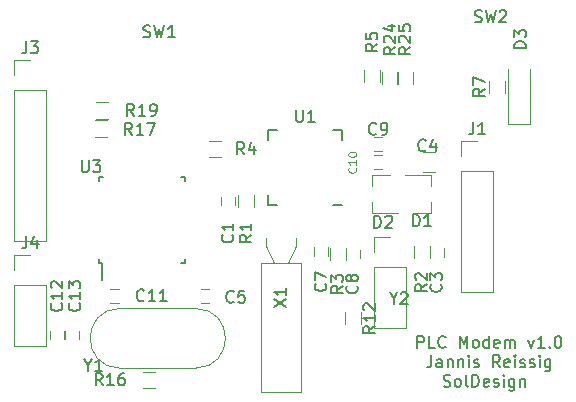
<source format=gbr>
G04 #@! TF.FileFunction,Legend,Top*
%FSLAX46Y46*%
G04 Gerber Fmt 4.6, Leading zero omitted, Abs format (unit mm)*
G04 Created by KiCad (PCBNEW 4.0.6) date 01/08/18 11:39:06*
%MOMM*%
%LPD*%
G01*
G04 APERTURE LIST*
%ADD10C,0.100000*%
%ADD11C,0.150000*%
%ADD12C,0.120000*%
G04 APERTURE END LIST*
D10*
D11*
X215924571Y-107641381D02*
X215924571Y-106641381D01*
X216305524Y-106641381D01*
X216400762Y-106689000D01*
X216448381Y-106736619D01*
X216496000Y-106831857D01*
X216496000Y-106974714D01*
X216448381Y-107069952D01*
X216400762Y-107117571D01*
X216305524Y-107165190D01*
X215924571Y-107165190D01*
X217400762Y-107641381D02*
X216924571Y-107641381D01*
X216924571Y-106641381D01*
X218305524Y-107546143D02*
X218257905Y-107593762D01*
X218115048Y-107641381D01*
X218019810Y-107641381D01*
X217876952Y-107593762D01*
X217781714Y-107498524D01*
X217734095Y-107403286D01*
X217686476Y-107212810D01*
X217686476Y-107069952D01*
X217734095Y-106879476D01*
X217781714Y-106784238D01*
X217876952Y-106689000D01*
X218019810Y-106641381D01*
X218115048Y-106641381D01*
X218257905Y-106689000D01*
X218305524Y-106736619D01*
X219496000Y-107641381D02*
X219496000Y-106641381D01*
X219829334Y-107355667D01*
X220162667Y-106641381D01*
X220162667Y-107641381D01*
X220781714Y-107641381D02*
X220686476Y-107593762D01*
X220638857Y-107546143D01*
X220591238Y-107450905D01*
X220591238Y-107165190D01*
X220638857Y-107069952D01*
X220686476Y-107022333D01*
X220781714Y-106974714D01*
X220924572Y-106974714D01*
X221019810Y-107022333D01*
X221067429Y-107069952D01*
X221115048Y-107165190D01*
X221115048Y-107450905D01*
X221067429Y-107546143D01*
X221019810Y-107593762D01*
X220924572Y-107641381D01*
X220781714Y-107641381D01*
X221972191Y-107641381D02*
X221972191Y-106641381D01*
X221972191Y-107593762D02*
X221876953Y-107641381D01*
X221686476Y-107641381D01*
X221591238Y-107593762D01*
X221543619Y-107546143D01*
X221496000Y-107450905D01*
X221496000Y-107165190D01*
X221543619Y-107069952D01*
X221591238Y-107022333D01*
X221686476Y-106974714D01*
X221876953Y-106974714D01*
X221972191Y-107022333D01*
X222829334Y-107593762D02*
X222734096Y-107641381D01*
X222543619Y-107641381D01*
X222448381Y-107593762D01*
X222400762Y-107498524D01*
X222400762Y-107117571D01*
X222448381Y-107022333D01*
X222543619Y-106974714D01*
X222734096Y-106974714D01*
X222829334Y-107022333D01*
X222876953Y-107117571D01*
X222876953Y-107212810D01*
X222400762Y-107308048D01*
X223305524Y-107641381D02*
X223305524Y-106974714D01*
X223305524Y-107069952D02*
X223353143Y-107022333D01*
X223448381Y-106974714D01*
X223591239Y-106974714D01*
X223686477Y-107022333D01*
X223734096Y-107117571D01*
X223734096Y-107641381D01*
X223734096Y-107117571D02*
X223781715Y-107022333D01*
X223876953Y-106974714D01*
X224019810Y-106974714D01*
X224115048Y-107022333D01*
X224162667Y-107117571D01*
X224162667Y-107641381D01*
X225305524Y-106974714D02*
X225543619Y-107641381D01*
X225781715Y-106974714D01*
X226686477Y-107641381D02*
X226115048Y-107641381D01*
X226400762Y-107641381D02*
X226400762Y-106641381D01*
X226305524Y-106784238D01*
X226210286Y-106879476D01*
X226115048Y-106927095D01*
X227115048Y-107546143D02*
X227162667Y-107593762D01*
X227115048Y-107641381D01*
X227067429Y-107593762D01*
X227115048Y-107546143D01*
X227115048Y-107641381D01*
X227781714Y-106641381D02*
X227876953Y-106641381D01*
X227972191Y-106689000D01*
X228019810Y-106736619D01*
X228067429Y-106831857D01*
X228115048Y-107022333D01*
X228115048Y-107260429D01*
X228067429Y-107450905D01*
X228019810Y-107546143D01*
X227972191Y-107593762D01*
X227876953Y-107641381D01*
X227781714Y-107641381D01*
X227686476Y-107593762D01*
X227638857Y-107546143D01*
X227591238Y-107450905D01*
X227543619Y-107260429D01*
X227543619Y-107022333D01*
X227591238Y-106831857D01*
X227638857Y-106736619D01*
X227686476Y-106689000D01*
X227781714Y-106641381D01*
X217091239Y-108291381D02*
X217091239Y-109005667D01*
X217043619Y-109148524D01*
X216948381Y-109243762D01*
X216805524Y-109291381D01*
X216710286Y-109291381D01*
X217996001Y-109291381D02*
X217996001Y-108767571D01*
X217948382Y-108672333D01*
X217853144Y-108624714D01*
X217662667Y-108624714D01*
X217567429Y-108672333D01*
X217996001Y-109243762D02*
X217900763Y-109291381D01*
X217662667Y-109291381D01*
X217567429Y-109243762D01*
X217519810Y-109148524D01*
X217519810Y-109053286D01*
X217567429Y-108958048D01*
X217662667Y-108910429D01*
X217900763Y-108910429D01*
X217996001Y-108862810D01*
X218472191Y-108624714D02*
X218472191Y-109291381D01*
X218472191Y-108719952D02*
X218519810Y-108672333D01*
X218615048Y-108624714D01*
X218757906Y-108624714D01*
X218853144Y-108672333D01*
X218900763Y-108767571D01*
X218900763Y-109291381D01*
X219376953Y-108624714D02*
X219376953Y-109291381D01*
X219376953Y-108719952D02*
X219424572Y-108672333D01*
X219519810Y-108624714D01*
X219662668Y-108624714D01*
X219757906Y-108672333D01*
X219805525Y-108767571D01*
X219805525Y-109291381D01*
X220281715Y-109291381D02*
X220281715Y-108624714D01*
X220281715Y-108291381D02*
X220234096Y-108339000D01*
X220281715Y-108386619D01*
X220329334Y-108339000D01*
X220281715Y-108291381D01*
X220281715Y-108386619D01*
X220710286Y-109243762D02*
X220805524Y-109291381D01*
X220996000Y-109291381D01*
X221091239Y-109243762D01*
X221138858Y-109148524D01*
X221138858Y-109100905D01*
X221091239Y-109005667D01*
X220996000Y-108958048D01*
X220853143Y-108958048D01*
X220757905Y-108910429D01*
X220710286Y-108815190D01*
X220710286Y-108767571D01*
X220757905Y-108672333D01*
X220853143Y-108624714D01*
X220996000Y-108624714D01*
X221091239Y-108672333D01*
X222900763Y-109291381D02*
X222567429Y-108815190D01*
X222329334Y-109291381D02*
X222329334Y-108291381D01*
X222710287Y-108291381D01*
X222805525Y-108339000D01*
X222853144Y-108386619D01*
X222900763Y-108481857D01*
X222900763Y-108624714D01*
X222853144Y-108719952D01*
X222805525Y-108767571D01*
X222710287Y-108815190D01*
X222329334Y-108815190D01*
X223710287Y-109243762D02*
X223615049Y-109291381D01*
X223424572Y-109291381D01*
X223329334Y-109243762D01*
X223281715Y-109148524D01*
X223281715Y-108767571D01*
X223329334Y-108672333D01*
X223424572Y-108624714D01*
X223615049Y-108624714D01*
X223710287Y-108672333D01*
X223757906Y-108767571D01*
X223757906Y-108862810D01*
X223281715Y-108958048D01*
X224186477Y-109291381D02*
X224186477Y-108624714D01*
X224186477Y-108291381D02*
X224138858Y-108339000D01*
X224186477Y-108386619D01*
X224234096Y-108339000D01*
X224186477Y-108291381D01*
X224186477Y-108386619D01*
X224615048Y-109243762D02*
X224710286Y-109291381D01*
X224900762Y-109291381D01*
X224996001Y-109243762D01*
X225043620Y-109148524D01*
X225043620Y-109100905D01*
X224996001Y-109005667D01*
X224900762Y-108958048D01*
X224757905Y-108958048D01*
X224662667Y-108910429D01*
X224615048Y-108815190D01*
X224615048Y-108767571D01*
X224662667Y-108672333D01*
X224757905Y-108624714D01*
X224900762Y-108624714D01*
X224996001Y-108672333D01*
X225424572Y-109243762D02*
X225519810Y-109291381D01*
X225710286Y-109291381D01*
X225805525Y-109243762D01*
X225853144Y-109148524D01*
X225853144Y-109100905D01*
X225805525Y-109005667D01*
X225710286Y-108958048D01*
X225567429Y-108958048D01*
X225472191Y-108910429D01*
X225424572Y-108815190D01*
X225424572Y-108767571D01*
X225472191Y-108672333D01*
X225567429Y-108624714D01*
X225710286Y-108624714D01*
X225805525Y-108672333D01*
X226281715Y-109291381D02*
X226281715Y-108624714D01*
X226281715Y-108291381D02*
X226234096Y-108339000D01*
X226281715Y-108386619D01*
X226329334Y-108339000D01*
X226281715Y-108291381D01*
X226281715Y-108386619D01*
X227186477Y-108624714D02*
X227186477Y-109434238D01*
X227138858Y-109529476D01*
X227091239Y-109577095D01*
X226996000Y-109624714D01*
X226853143Y-109624714D01*
X226757905Y-109577095D01*
X227186477Y-109243762D02*
X227091239Y-109291381D01*
X226900762Y-109291381D01*
X226805524Y-109243762D01*
X226757905Y-109196143D01*
X226710286Y-109100905D01*
X226710286Y-108815190D01*
X226757905Y-108719952D01*
X226805524Y-108672333D01*
X226900762Y-108624714D01*
X227091239Y-108624714D01*
X227186477Y-108672333D01*
X218138857Y-110893762D02*
X218281714Y-110941381D01*
X218519810Y-110941381D01*
X218615048Y-110893762D01*
X218662667Y-110846143D01*
X218710286Y-110750905D01*
X218710286Y-110655667D01*
X218662667Y-110560429D01*
X218615048Y-110512810D01*
X218519810Y-110465190D01*
X218329333Y-110417571D01*
X218234095Y-110369952D01*
X218186476Y-110322333D01*
X218138857Y-110227095D01*
X218138857Y-110131857D01*
X218186476Y-110036619D01*
X218234095Y-109989000D01*
X218329333Y-109941381D01*
X218567429Y-109941381D01*
X218710286Y-109989000D01*
X219281714Y-110941381D02*
X219186476Y-110893762D01*
X219138857Y-110846143D01*
X219091238Y-110750905D01*
X219091238Y-110465190D01*
X219138857Y-110369952D01*
X219186476Y-110322333D01*
X219281714Y-110274714D01*
X219424572Y-110274714D01*
X219519810Y-110322333D01*
X219567429Y-110369952D01*
X219615048Y-110465190D01*
X219615048Y-110750905D01*
X219567429Y-110846143D01*
X219519810Y-110893762D01*
X219424572Y-110941381D01*
X219281714Y-110941381D01*
X220186476Y-110941381D02*
X220091238Y-110893762D01*
X220043619Y-110798524D01*
X220043619Y-109941381D01*
X220567429Y-110941381D02*
X220567429Y-109941381D01*
X220805524Y-109941381D01*
X220948382Y-109989000D01*
X221043620Y-110084238D01*
X221091239Y-110179476D01*
X221138858Y-110369952D01*
X221138858Y-110512810D01*
X221091239Y-110703286D01*
X221043620Y-110798524D01*
X220948382Y-110893762D01*
X220805524Y-110941381D01*
X220567429Y-110941381D01*
X221948382Y-110893762D02*
X221853144Y-110941381D01*
X221662667Y-110941381D01*
X221567429Y-110893762D01*
X221519810Y-110798524D01*
X221519810Y-110417571D01*
X221567429Y-110322333D01*
X221662667Y-110274714D01*
X221853144Y-110274714D01*
X221948382Y-110322333D01*
X221996001Y-110417571D01*
X221996001Y-110512810D01*
X221519810Y-110608048D01*
X222376953Y-110893762D02*
X222472191Y-110941381D01*
X222662667Y-110941381D01*
X222757906Y-110893762D01*
X222805525Y-110798524D01*
X222805525Y-110750905D01*
X222757906Y-110655667D01*
X222662667Y-110608048D01*
X222519810Y-110608048D01*
X222424572Y-110560429D01*
X222376953Y-110465190D01*
X222376953Y-110417571D01*
X222424572Y-110322333D01*
X222519810Y-110274714D01*
X222662667Y-110274714D01*
X222757906Y-110322333D01*
X223234096Y-110941381D02*
X223234096Y-110274714D01*
X223234096Y-109941381D02*
X223186477Y-109989000D01*
X223234096Y-110036619D01*
X223281715Y-109989000D01*
X223234096Y-109941381D01*
X223234096Y-110036619D01*
X224138858Y-110274714D02*
X224138858Y-111084238D01*
X224091239Y-111179476D01*
X224043620Y-111227095D01*
X223948381Y-111274714D01*
X223805524Y-111274714D01*
X223710286Y-111227095D01*
X224138858Y-110893762D02*
X224043620Y-110941381D01*
X223853143Y-110941381D01*
X223757905Y-110893762D01*
X223710286Y-110846143D01*
X223662667Y-110750905D01*
X223662667Y-110465190D01*
X223710286Y-110369952D01*
X223757905Y-110322333D01*
X223853143Y-110274714D01*
X224043620Y-110274714D01*
X224138858Y-110322333D01*
X224615048Y-110274714D02*
X224615048Y-110941381D01*
X224615048Y-110369952D02*
X224662667Y-110322333D01*
X224757905Y-110274714D01*
X224900763Y-110274714D01*
X224996001Y-110322333D01*
X225043620Y-110417571D01*
X225043620Y-110941381D01*
D12*
X199298000Y-95539000D02*
X199298000Y-94839000D01*
X200498000Y-94839000D02*
X200498000Y-95539000D01*
X216951000Y-99918000D02*
X216951000Y-99218000D01*
X218151000Y-99218000D02*
X218151000Y-99918000D01*
X217416000Y-91098000D02*
X216416000Y-91098000D01*
X216416000Y-92798000D02*
X217416000Y-92798000D01*
X197582000Y-102651000D02*
X198282000Y-102651000D01*
X198282000Y-103851000D02*
X197582000Y-103851000D01*
X208372000Y-99152000D02*
X208372000Y-99852000D01*
X207172000Y-99852000D02*
X207172000Y-99152000D01*
X209839000Y-100045000D02*
X209839000Y-99345000D01*
X211039000Y-99345000D02*
X211039000Y-100045000D01*
X212248000Y-89824000D02*
X212948000Y-89824000D01*
X212948000Y-91024000D02*
X212248000Y-91024000D01*
X212248000Y-91348000D02*
X212948000Y-91348000D01*
X212948000Y-92548000D02*
X212248000Y-92548000D01*
X190636856Y-103851000D02*
X189936856Y-103851000D01*
X189936856Y-102651000D02*
X190636856Y-102651000D01*
X184820000Y-106903000D02*
X184820000Y-106203000D01*
X186020000Y-106203000D02*
X186020000Y-106903000D01*
X186090000Y-106903000D02*
X186090000Y-106203000D01*
X187290000Y-106203000D02*
X187290000Y-106903000D01*
X217041000Y-96195000D02*
X217041000Y-95265000D01*
X217041000Y-93035000D02*
X217041000Y-93965000D01*
X217041000Y-93035000D02*
X214881000Y-93035000D01*
X217041000Y-96195000D02*
X215581000Y-96195000D01*
X212108000Y-93035000D02*
X212108000Y-93965000D01*
X212108000Y-96195000D02*
X212108000Y-95265000D01*
X212108000Y-96195000D02*
X214268000Y-96195000D01*
X212108000Y-93035000D02*
X213568000Y-93035000D01*
X223586000Y-88698000D02*
X225486000Y-88698000D01*
X225486000Y-88698000D02*
X225486000Y-83998000D01*
X223586000Y-88698000D02*
X223586000Y-83998000D01*
X219650000Y-102930000D02*
X222310000Y-102930000D01*
X219650000Y-92710000D02*
X219650000Y-102930000D01*
X222310000Y-92710000D02*
X222310000Y-102930000D01*
X219650000Y-92710000D02*
X222310000Y-92710000D01*
X219650000Y-91440000D02*
X219650000Y-90110000D01*
X219650000Y-90110000D02*
X220980000Y-90110000D01*
X181804000Y-98612000D02*
X184464000Y-98612000D01*
X181804000Y-85852000D02*
X181804000Y-98612000D01*
X184464000Y-85852000D02*
X184464000Y-98612000D01*
X181804000Y-85852000D02*
X184464000Y-85852000D01*
X181804000Y-84582000D02*
X181804000Y-83252000D01*
X181804000Y-83252000D02*
X183134000Y-83252000D01*
X181804000Y-107502000D02*
X184464000Y-107502000D01*
X181804000Y-102362000D02*
X181804000Y-107502000D01*
X184464000Y-102362000D02*
X184464000Y-107502000D01*
X181804000Y-102362000D02*
X184464000Y-102362000D01*
X181804000Y-101092000D02*
X181804000Y-99762000D01*
X181804000Y-99762000D02*
X183134000Y-99762000D01*
X202102000Y-94707000D02*
X202102000Y-95707000D01*
X200742000Y-95707000D02*
X200742000Y-94707000D01*
X216961000Y-99068000D02*
X216961000Y-100068000D01*
X215601000Y-100068000D02*
X215601000Y-99068000D01*
X209849000Y-99195000D02*
X209849000Y-100195000D01*
X208489000Y-100195000D02*
X208489000Y-99195000D01*
X198255000Y-90125000D02*
X199255000Y-90125000D01*
X199255000Y-91485000D02*
X198255000Y-91485000D01*
X212770000Y-84125000D02*
X212770000Y-85125000D01*
X211410000Y-85125000D02*
X211410000Y-84125000D01*
X223311000Y-85055000D02*
X223311000Y-86055000D01*
X221951000Y-86055000D02*
X221951000Y-85055000D01*
X209759000Y-105656000D02*
X209759000Y-104656000D01*
X211119000Y-104656000D02*
X211119000Y-105656000D01*
X193710000Y-111043000D02*
X192710000Y-111043000D01*
X192710000Y-109683000D02*
X193710000Y-109683000D01*
X188601193Y-88395773D02*
X189601193Y-88395773D01*
X189601193Y-89755773D02*
X188601193Y-89755773D01*
X189687193Y-88231773D02*
X188687193Y-88231773D01*
X188687193Y-86871773D02*
X189687193Y-86871773D01*
X214294000Y-84336000D02*
X214294000Y-85336000D01*
X212934000Y-85336000D02*
X212934000Y-84336000D01*
X214204000Y-85336000D02*
X214204000Y-84336000D01*
X215564000Y-84336000D02*
X215564000Y-85336000D01*
D11*
X203270000Y-95535000D02*
X203270000Y-94745000D01*
X209570000Y-89235000D02*
X209570000Y-90025000D01*
X203270000Y-89235000D02*
X203270000Y-90025000D01*
X209570000Y-95535000D02*
X208780000Y-95535000D01*
X209570000Y-89235000D02*
X208780000Y-89235000D01*
X203270000Y-89235000D02*
X204060000Y-89235000D01*
X203270000Y-95535000D02*
X204060000Y-95535000D01*
X188975000Y-100458000D02*
X189200000Y-100458000D01*
X188975000Y-93208000D02*
X189300000Y-93208000D01*
X196225000Y-93208000D02*
X195900000Y-93208000D01*
X196225000Y-100458000D02*
X195900000Y-100458000D01*
X188975000Y-100458000D02*
X188975000Y-100133000D01*
X196225000Y-100458000D02*
X196225000Y-100133000D01*
X196225000Y-93208000D02*
X196225000Y-93533000D01*
X188975000Y-93208000D02*
X188975000Y-93533000D01*
X189200000Y-100458000D02*
X189200000Y-101883000D01*
D12*
X202643000Y-100463000D02*
X202643000Y-111363000D01*
X202643000Y-111363000D02*
X206043000Y-111363000D01*
X206043000Y-111363000D02*
X206043000Y-100463000D01*
X206043000Y-100463000D02*
X202643000Y-100463000D01*
X203743000Y-100463000D02*
X203073000Y-99063000D01*
X203073000Y-99063000D02*
X203073000Y-98363000D01*
X204943000Y-100463000D02*
X205613000Y-99063000D01*
X205613000Y-99063000D02*
X205613000Y-98363000D01*
X197142856Y-109365710D02*
X190742856Y-109365710D01*
X197142856Y-104315710D02*
X190742856Y-104315710D01*
X197142856Y-104315710D02*
G75*
G02X197142856Y-109365710I0J-2525000D01*
G01*
X190742856Y-104315710D02*
G75*
G03X190742856Y-109365710I0J-2525000D01*
G01*
X212284000Y-105978000D02*
X214944000Y-105978000D01*
X212284000Y-100838000D02*
X212284000Y-105978000D01*
X214944000Y-100838000D02*
X214944000Y-105978000D01*
X212284000Y-100838000D02*
X214944000Y-100838000D01*
X212284000Y-99568000D02*
X212284000Y-98238000D01*
X212284000Y-98238000D02*
X213614000Y-98238000D01*
D11*
X200255143Y-98083666D02*
X200302762Y-98131285D01*
X200350381Y-98274142D01*
X200350381Y-98369380D01*
X200302762Y-98512238D01*
X200207524Y-98607476D01*
X200112286Y-98655095D01*
X199921810Y-98702714D01*
X199778952Y-98702714D01*
X199588476Y-98655095D01*
X199493238Y-98607476D01*
X199398000Y-98512238D01*
X199350381Y-98369380D01*
X199350381Y-98274142D01*
X199398000Y-98131285D01*
X199445619Y-98083666D01*
X200350381Y-97131285D02*
X200350381Y-97702714D01*
X200350381Y-97417000D02*
X199350381Y-97417000D01*
X199493238Y-97512238D01*
X199588476Y-97607476D01*
X199636095Y-97702714D01*
X217908143Y-102274666D02*
X217955762Y-102322285D01*
X218003381Y-102465142D01*
X218003381Y-102560380D01*
X217955762Y-102703238D01*
X217860524Y-102798476D01*
X217765286Y-102846095D01*
X217574810Y-102893714D01*
X217431952Y-102893714D01*
X217241476Y-102846095D01*
X217146238Y-102798476D01*
X217051000Y-102703238D01*
X217003381Y-102560380D01*
X217003381Y-102465142D01*
X217051000Y-102322285D01*
X217098619Y-102274666D01*
X217003381Y-101941333D02*
X217003381Y-101322285D01*
X217384333Y-101655619D01*
X217384333Y-101512761D01*
X217431952Y-101417523D01*
X217479571Y-101369904D01*
X217574810Y-101322285D01*
X217812905Y-101322285D01*
X217908143Y-101369904D01*
X217955762Y-101417523D01*
X218003381Y-101512761D01*
X218003381Y-101798476D01*
X217955762Y-101893714D01*
X217908143Y-101941333D01*
X216622334Y-90908143D02*
X216574715Y-90955762D01*
X216431858Y-91003381D01*
X216336620Y-91003381D01*
X216193762Y-90955762D01*
X216098524Y-90860524D01*
X216050905Y-90765286D01*
X216003286Y-90574810D01*
X216003286Y-90431952D01*
X216050905Y-90241476D01*
X216098524Y-90146238D01*
X216193762Y-90051000D01*
X216336620Y-90003381D01*
X216431858Y-90003381D01*
X216574715Y-90051000D01*
X216622334Y-90098619D01*
X217479477Y-90336714D02*
X217479477Y-91003381D01*
X217241381Y-89955762D02*
X217003286Y-90670048D01*
X217622334Y-90670048D01*
X200366334Y-103735143D02*
X200318715Y-103782762D01*
X200175858Y-103830381D01*
X200080620Y-103830381D01*
X199937762Y-103782762D01*
X199842524Y-103687524D01*
X199794905Y-103592286D01*
X199747286Y-103401810D01*
X199747286Y-103258952D01*
X199794905Y-103068476D01*
X199842524Y-102973238D01*
X199937762Y-102878000D01*
X200080620Y-102830381D01*
X200175858Y-102830381D01*
X200318715Y-102878000D01*
X200366334Y-102925619D01*
X201271096Y-102830381D02*
X200794905Y-102830381D01*
X200747286Y-103306571D01*
X200794905Y-103258952D01*
X200890143Y-103211333D01*
X201128239Y-103211333D01*
X201223477Y-103258952D01*
X201271096Y-103306571D01*
X201318715Y-103401810D01*
X201318715Y-103639905D01*
X201271096Y-103735143D01*
X201223477Y-103782762D01*
X201128239Y-103830381D01*
X200890143Y-103830381D01*
X200794905Y-103782762D01*
X200747286Y-103735143D01*
X208129143Y-102208666D02*
X208176762Y-102256285D01*
X208224381Y-102399142D01*
X208224381Y-102494380D01*
X208176762Y-102637238D01*
X208081524Y-102732476D01*
X207986286Y-102780095D01*
X207795810Y-102827714D01*
X207652952Y-102827714D01*
X207462476Y-102780095D01*
X207367238Y-102732476D01*
X207272000Y-102637238D01*
X207224381Y-102494380D01*
X207224381Y-102399142D01*
X207272000Y-102256285D01*
X207319619Y-102208666D01*
X207224381Y-101875333D02*
X207224381Y-101208666D01*
X208224381Y-101637238D01*
X210796143Y-102401666D02*
X210843762Y-102449285D01*
X210891381Y-102592142D01*
X210891381Y-102687380D01*
X210843762Y-102830238D01*
X210748524Y-102925476D01*
X210653286Y-102973095D01*
X210462810Y-103020714D01*
X210319952Y-103020714D01*
X210129476Y-102973095D01*
X210034238Y-102925476D01*
X209939000Y-102830238D01*
X209891381Y-102687380D01*
X209891381Y-102592142D01*
X209939000Y-102449285D01*
X209986619Y-102401666D01*
X210319952Y-101830238D02*
X210272333Y-101925476D01*
X210224714Y-101973095D01*
X210129476Y-102020714D01*
X210081857Y-102020714D01*
X209986619Y-101973095D01*
X209939000Y-101925476D01*
X209891381Y-101830238D01*
X209891381Y-101639761D01*
X209939000Y-101544523D01*
X209986619Y-101496904D01*
X210081857Y-101449285D01*
X210129476Y-101449285D01*
X210224714Y-101496904D01*
X210272333Y-101544523D01*
X210319952Y-101639761D01*
X210319952Y-101830238D01*
X210367571Y-101925476D01*
X210415190Y-101973095D01*
X210510429Y-102020714D01*
X210700905Y-102020714D01*
X210796143Y-101973095D01*
X210843762Y-101925476D01*
X210891381Y-101830238D01*
X210891381Y-101639761D01*
X210843762Y-101544523D01*
X210796143Y-101496904D01*
X210700905Y-101449285D01*
X210510429Y-101449285D01*
X210415190Y-101496904D01*
X210367571Y-101544523D01*
X210319952Y-101639761D01*
X212431334Y-89511143D02*
X212383715Y-89558762D01*
X212240858Y-89606381D01*
X212145620Y-89606381D01*
X212002762Y-89558762D01*
X211907524Y-89463524D01*
X211859905Y-89368286D01*
X211812286Y-89177810D01*
X211812286Y-89034952D01*
X211859905Y-88844476D01*
X211907524Y-88749238D01*
X212002762Y-88654000D01*
X212145620Y-88606381D01*
X212240858Y-88606381D01*
X212383715Y-88654000D01*
X212431334Y-88701619D01*
X212907524Y-89606381D02*
X213098000Y-89606381D01*
X213193239Y-89558762D01*
X213240858Y-89511143D01*
X213336096Y-89368286D01*
X213383715Y-89177810D01*
X213383715Y-88796857D01*
X213336096Y-88701619D01*
X213288477Y-88654000D01*
X213193239Y-88606381D01*
X213002762Y-88606381D01*
X212907524Y-88654000D01*
X212859905Y-88701619D01*
X212812286Y-88796857D01*
X212812286Y-89034952D01*
X212859905Y-89130190D01*
X212907524Y-89177810D01*
X213002762Y-89225429D01*
X213193239Y-89225429D01*
X213288477Y-89177810D01*
X213336096Y-89130190D01*
X213383715Y-89034952D01*
D10*
X210689000Y-92398000D02*
X210722333Y-92431334D01*
X210755667Y-92531334D01*
X210755667Y-92598000D01*
X210722333Y-92698000D01*
X210655667Y-92764667D01*
X210589000Y-92798000D01*
X210455667Y-92831334D01*
X210355667Y-92831334D01*
X210222333Y-92798000D01*
X210155667Y-92764667D01*
X210089000Y-92698000D01*
X210055667Y-92598000D01*
X210055667Y-92531334D01*
X210089000Y-92431334D01*
X210122333Y-92398000D01*
X210755667Y-91731334D02*
X210755667Y-92131334D01*
X210755667Y-91931334D02*
X210055667Y-91931334D01*
X210155667Y-91998000D01*
X210222333Y-92064667D01*
X210255667Y-92131334D01*
X210055667Y-91298000D02*
X210055667Y-91231333D01*
X210089000Y-91164667D01*
X210122333Y-91131333D01*
X210189000Y-91098000D01*
X210322333Y-91064667D01*
X210489000Y-91064667D01*
X210622333Y-91098000D01*
X210689000Y-91131333D01*
X210722333Y-91164667D01*
X210755667Y-91231333D01*
X210755667Y-91298000D01*
X210722333Y-91364667D01*
X210689000Y-91398000D01*
X210622333Y-91431333D01*
X210489000Y-91464667D01*
X210322333Y-91464667D01*
X210189000Y-91431333D01*
X210122333Y-91398000D01*
X210089000Y-91364667D01*
X210055667Y-91298000D01*
D11*
X192778143Y-103608143D02*
X192730524Y-103655762D01*
X192587667Y-103703381D01*
X192492429Y-103703381D01*
X192349571Y-103655762D01*
X192254333Y-103560524D01*
X192206714Y-103465286D01*
X192159095Y-103274810D01*
X192159095Y-103131952D01*
X192206714Y-102941476D01*
X192254333Y-102846238D01*
X192349571Y-102751000D01*
X192492429Y-102703381D01*
X192587667Y-102703381D01*
X192730524Y-102751000D01*
X192778143Y-102798619D01*
X193730524Y-103703381D02*
X193159095Y-103703381D01*
X193444809Y-103703381D02*
X193444809Y-102703381D01*
X193349571Y-102846238D01*
X193254333Y-102941476D01*
X193159095Y-102989095D01*
X194682905Y-103703381D02*
X194111476Y-103703381D01*
X194397190Y-103703381D02*
X194397190Y-102703381D01*
X194301952Y-102846238D01*
X194206714Y-102941476D01*
X194111476Y-102989095D01*
X185777143Y-103893857D02*
X185824762Y-103941476D01*
X185872381Y-104084333D01*
X185872381Y-104179571D01*
X185824762Y-104322429D01*
X185729524Y-104417667D01*
X185634286Y-104465286D01*
X185443810Y-104512905D01*
X185300952Y-104512905D01*
X185110476Y-104465286D01*
X185015238Y-104417667D01*
X184920000Y-104322429D01*
X184872381Y-104179571D01*
X184872381Y-104084333D01*
X184920000Y-103941476D01*
X184967619Y-103893857D01*
X185872381Y-102941476D02*
X185872381Y-103512905D01*
X185872381Y-103227191D02*
X184872381Y-103227191D01*
X185015238Y-103322429D01*
X185110476Y-103417667D01*
X185158095Y-103512905D01*
X184967619Y-102560524D02*
X184920000Y-102512905D01*
X184872381Y-102417667D01*
X184872381Y-102179571D01*
X184920000Y-102084333D01*
X184967619Y-102036714D01*
X185062857Y-101989095D01*
X185158095Y-101989095D01*
X185300952Y-102036714D01*
X185872381Y-102608143D01*
X185872381Y-101989095D01*
X187301143Y-103893857D02*
X187348762Y-103941476D01*
X187396381Y-104084333D01*
X187396381Y-104179571D01*
X187348762Y-104322429D01*
X187253524Y-104417667D01*
X187158286Y-104465286D01*
X186967810Y-104512905D01*
X186824952Y-104512905D01*
X186634476Y-104465286D01*
X186539238Y-104417667D01*
X186444000Y-104322429D01*
X186396381Y-104179571D01*
X186396381Y-104084333D01*
X186444000Y-103941476D01*
X186491619Y-103893857D01*
X187396381Y-102941476D02*
X187396381Y-103512905D01*
X187396381Y-103227191D02*
X186396381Y-103227191D01*
X186539238Y-103322429D01*
X186634476Y-103417667D01*
X186682095Y-103512905D01*
X186396381Y-102608143D02*
X186396381Y-101989095D01*
X186777333Y-102322429D01*
X186777333Y-102179571D01*
X186824952Y-102084333D01*
X186872571Y-102036714D01*
X186967810Y-101989095D01*
X187205905Y-101989095D01*
X187301143Y-102036714D01*
X187348762Y-102084333D01*
X187396381Y-102179571D01*
X187396381Y-102465286D01*
X187348762Y-102560524D01*
X187301143Y-102608143D01*
X215542905Y-97353381D02*
X215542905Y-96353381D01*
X215781000Y-96353381D01*
X215923858Y-96401000D01*
X216019096Y-96496238D01*
X216066715Y-96591476D01*
X216114334Y-96781952D01*
X216114334Y-96924810D01*
X216066715Y-97115286D01*
X216019096Y-97210524D01*
X215923858Y-97305762D01*
X215781000Y-97353381D01*
X215542905Y-97353381D01*
X217066715Y-97353381D02*
X216495286Y-97353381D01*
X216781000Y-97353381D02*
X216781000Y-96353381D01*
X216685762Y-96496238D01*
X216590524Y-96591476D01*
X216495286Y-96639095D01*
X212256905Y-97480381D02*
X212256905Y-96480381D01*
X212495000Y-96480381D01*
X212637858Y-96528000D01*
X212733096Y-96623238D01*
X212780715Y-96718476D01*
X212828334Y-96908952D01*
X212828334Y-97051810D01*
X212780715Y-97242286D01*
X212733096Y-97337524D01*
X212637858Y-97432762D01*
X212495000Y-97480381D01*
X212256905Y-97480381D01*
X213209286Y-96575619D02*
X213256905Y-96528000D01*
X213352143Y-96480381D01*
X213590239Y-96480381D01*
X213685477Y-96528000D01*
X213733096Y-96575619D01*
X213780715Y-96670857D01*
X213780715Y-96766095D01*
X213733096Y-96908952D01*
X213161667Y-97480381D01*
X213780715Y-97480381D01*
X225115381Y-82272095D02*
X224115381Y-82272095D01*
X224115381Y-82034000D01*
X224163000Y-81891142D01*
X224258238Y-81795904D01*
X224353476Y-81748285D01*
X224543952Y-81700666D01*
X224686810Y-81700666D01*
X224877286Y-81748285D01*
X224972524Y-81795904D01*
X225067762Y-81891142D01*
X225115381Y-82034000D01*
X225115381Y-82272095D01*
X224115381Y-81367333D02*
X224115381Y-80748285D01*
X224496333Y-81081619D01*
X224496333Y-80938761D01*
X224543952Y-80843523D01*
X224591571Y-80795904D01*
X224686810Y-80748285D01*
X224924905Y-80748285D01*
X225020143Y-80795904D01*
X225067762Y-80843523D01*
X225115381Y-80938761D01*
X225115381Y-81224476D01*
X225067762Y-81319714D01*
X225020143Y-81367333D01*
X220646667Y-88562381D02*
X220646667Y-89276667D01*
X220599047Y-89419524D01*
X220503809Y-89514762D01*
X220360952Y-89562381D01*
X220265714Y-89562381D01*
X221646667Y-89562381D02*
X221075238Y-89562381D01*
X221360952Y-89562381D02*
X221360952Y-88562381D01*
X221265714Y-88705238D01*
X221170476Y-88800476D01*
X221075238Y-88848095D01*
X182800667Y-81704381D02*
X182800667Y-82418667D01*
X182753047Y-82561524D01*
X182657809Y-82656762D01*
X182514952Y-82704381D01*
X182419714Y-82704381D01*
X183181619Y-81704381D02*
X183800667Y-81704381D01*
X183467333Y-82085333D01*
X183610191Y-82085333D01*
X183705429Y-82132952D01*
X183753048Y-82180571D01*
X183800667Y-82275810D01*
X183800667Y-82513905D01*
X183753048Y-82609143D01*
X183705429Y-82656762D01*
X183610191Y-82704381D01*
X183324476Y-82704381D01*
X183229238Y-82656762D01*
X183181619Y-82609143D01*
X182800667Y-98214381D02*
X182800667Y-98928667D01*
X182753047Y-99071524D01*
X182657809Y-99166762D01*
X182514952Y-99214381D01*
X182419714Y-99214381D01*
X183705429Y-98547714D02*
X183705429Y-99214381D01*
X183467333Y-98166762D02*
X183229238Y-98881048D01*
X183848286Y-98881048D01*
X201874381Y-98083666D02*
X201398190Y-98417000D01*
X201874381Y-98655095D02*
X200874381Y-98655095D01*
X200874381Y-98274142D01*
X200922000Y-98178904D01*
X200969619Y-98131285D01*
X201064857Y-98083666D01*
X201207714Y-98083666D01*
X201302952Y-98131285D01*
X201350571Y-98178904D01*
X201398190Y-98274142D01*
X201398190Y-98655095D01*
X201874381Y-97131285D02*
X201874381Y-97702714D01*
X201874381Y-97417000D02*
X200874381Y-97417000D01*
X201017238Y-97512238D01*
X201112476Y-97607476D01*
X201160095Y-97702714D01*
X216733381Y-102274666D02*
X216257190Y-102608000D01*
X216733381Y-102846095D02*
X215733381Y-102846095D01*
X215733381Y-102465142D01*
X215781000Y-102369904D01*
X215828619Y-102322285D01*
X215923857Y-102274666D01*
X216066714Y-102274666D01*
X216161952Y-102322285D01*
X216209571Y-102369904D01*
X216257190Y-102465142D01*
X216257190Y-102846095D01*
X215828619Y-101893714D02*
X215781000Y-101846095D01*
X215733381Y-101750857D01*
X215733381Y-101512761D01*
X215781000Y-101417523D01*
X215828619Y-101369904D01*
X215923857Y-101322285D01*
X216019095Y-101322285D01*
X216161952Y-101369904D01*
X216733381Y-101941333D01*
X216733381Y-101322285D01*
X209621381Y-102401666D02*
X209145190Y-102735000D01*
X209621381Y-102973095D02*
X208621381Y-102973095D01*
X208621381Y-102592142D01*
X208669000Y-102496904D01*
X208716619Y-102449285D01*
X208811857Y-102401666D01*
X208954714Y-102401666D01*
X209049952Y-102449285D01*
X209097571Y-102496904D01*
X209145190Y-102592142D01*
X209145190Y-102973095D01*
X208621381Y-102068333D02*
X208621381Y-101449285D01*
X209002333Y-101782619D01*
X209002333Y-101639761D01*
X209049952Y-101544523D01*
X209097571Y-101496904D01*
X209192810Y-101449285D01*
X209430905Y-101449285D01*
X209526143Y-101496904D01*
X209573762Y-101544523D01*
X209621381Y-101639761D01*
X209621381Y-101925476D01*
X209573762Y-102020714D01*
X209526143Y-102068333D01*
X201255334Y-91257381D02*
X200922000Y-90781190D01*
X200683905Y-91257381D02*
X200683905Y-90257381D01*
X201064858Y-90257381D01*
X201160096Y-90305000D01*
X201207715Y-90352619D01*
X201255334Y-90447857D01*
X201255334Y-90590714D01*
X201207715Y-90685952D01*
X201160096Y-90733571D01*
X201064858Y-90781190D01*
X200683905Y-90781190D01*
X202112477Y-90590714D02*
X202112477Y-91257381D01*
X201874381Y-90209762D02*
X201636286Y-90924048D01*
X202255334Y-90924048D01*
X212542381Y-81913666D02*
X212066190Y-82247000D01*
X212542381Y-82485095D02*
X211542381Y-82485095D01*
X211542381Y-82104142D01*
X211590000Y-82008904D01*
X211637619Y-81961285D01*
X211732857Y-81913666D01*
X211875714Y-81913666D01*
X211970952Y-81961285D01*
X212018571Y-82008904D01*
X212066190Y-82104142D01*
X212066190Y-82485095D01*
X211542381Y-81008904D02*
X211542381Y-81485095D01*
X212018571Y-81532714D01*
X211970952Y-81485095D01*
X211923333Y-81389857D01*
X211923333Y-81151761D01*
X211970952Y-81056523D01*
X212018571Y-81008904D01*
X212113810Y-80961285D01*
X212351905Y-80961285D01*
X212447143Y-81008904D01*
X212494762Y-81056523D01*
X212542381Y-81151761D01*
X212542381Y-81389857D01*
X212494762Y-81485095D01*
X212447143Y-81532714D01*
X221633381Y-85721666D02*
X221157190Y-86055000D01*
X221633381Y-86293095D02*
X220633381Y-86293095D01*
X220633381Y-85912142D01*
X220681000Y-85816904D01*
X220728619Y-85769285D01*
X220823857Y-85721666D01*
X220966714Y-85721666D01*
X221061952Y-85769285D01*
X221109571Y-85816904D01*
X221157190Y-85912142D01*
X221157190Y-86293095D01*
X220633381Y-85388333D02*
X220633381Y-84721666D01*
X221633381Y-85150238D01*
X212341381Y-105798857D02*
X211865190Y-106132191D01*
X212341381Y-106370286D02*
X211341381Y-106370286D01*
X211341381Y-105989333D01*
X211389000Y-105894095D01*
X211436619Y-105846476D01*
X211531857Y-105798857D01*
X211674714Y-105798857D01*
X211769952Y-105846476D01*
X211817571Y-105894095D01*
X211865190Y-105989333D01*
X211865190Y-106370286D01*
X212341381Y-104846476D02*
X212341381Y-105417905D01*
X212341381Y-105132191D02*
X211341381Y-105132191D01*
X211484238Y-105227429D01*
X211579476Y-105322667D01*
X211627095Y-105417905D01*
X211436619Y-104465524D02*
X211389000Y-104417905D01*
X211341381Y-104322667D01*
X211341381Y-104084571D01*
X211389000Y-103989333D01*
X211436619Y-103941714D01*
X211531857Y-103894095D01*
X211627095Y-103894095D01*
X211769952Y-103941714D01*
X212341381Y-104513143D01*
X212341381Y-103894095D01*
X189265143Y-110815381D02*
X188931809Y-110339190D01*
X188693714Y-110815381D02*
X188693714Y-109815381D01*
X189074667Y-109815381D01*
X189169905Y-109863000D01*
X189217524Y-109910619D01*
X189265143Y-110005857D01*
X189265143Y-110148714D01*
X189217524Y-110243952D01*
X189169905Y-110291571D01*
X189074667Y-110339190D01*
X188693714Y-110339190D01*
X190217524Y-110815381D02*
X189646095Y-110815381D01*
X189931809Y-110815381D02*
X189931809Y-109815381D01*
X189836571Y-109958238D01*
X189741333Y-110053476D01*
X189646095Y-110101095D01*
X191074667Y-109815381D02*
X190884190Y-109815381D01*
X190788952Y-109863000D01*
X190741333Y-109910619D01*
X190646095Y-110053476D01*
X190598476Y-110243952D01*
X190598476Y-110624905D01*
X190646095Y-110720143D01*
X190693714Y-110767762D01*
X190788952Y-110815381D01*
X190979429Y-110815381D01*
X191074667Y-110767762D01*
X191122286Y-110720143D01*
X191169905Y-110624905D01*
X191169905Y-110386810D01*
X191122286Y-110291571D01*
X191074667Y-110243952D01*
X190979429Y-110196333D01*
X190788952Y-110196333D01*
X190693714Y-110243952D01*
X190646095Y-110291571D01*
X190598476Y-110386810D01*
X191762143Y-89606381D02*
X191428809Y-89130190D01*
X191190714Y-89606381D02*
X191190714Y-88606381D01*
X191571667Y-88606381D01*
X191666905Y-88654000D01*
X191714524Y-88701619D01*
X191762143Y-88796857D01*
X191762143Y-88939714D01*
X191714524Y-89034952D01*
X191666905Y-89082571D01*
X191571667Y-89130190D01*
X191190714Y-89130190D01*
X192714524Y-89606381D02*
X192143095Y-89606381D01*
X192428809Y-89606381D02*
X192428809Y-88606381D01*
X192333571Y-88749238D01*
X192238333Y-88844476D01*
X192143095Y-88892095D01*
X193047857Y-88606381D02*
X193714524Y-88606381D01*
X193285952Y-89606381D01*
X191930336Y-88004154D02*
X191597002Y-87527963D01*
X191358907Y-88004154D02*
X191358907Y-87004154D01*
X191739860Y-87004154D01*
X191835098Y-87051773D01*
X191882717Y-87099392D01*
X191930336Y-87194630D01*
X191930336Y-87337487D01*
X191882717Y-87432725D01*
X191835098Y-87480344D01*
X191739860Y-87527963D01*
X191358907Y-87527963D01*
X192882717Y-88004154D02*
X192311288Y-88004154D01*
X192597002Y-88004154D02*
X192597002Y-87004154D01*
X192501764Y-87147011D01*
X192406526Y-87242249D01*
X192311288Y-87289868D01*
X193358907Y-88004154D02*
X193549383Y-88004154D01*
X193644622Y-87956535D01*
X193692241Y-87908916D01*
X193787479Y-87766059D01*
X193835098Y-87575583D01*
X193835098Y-87194630D01*
X193787479Y-87099392D01*
X193739860Y-87051773D01*
X193644622Y-87004154D01*
X193454145Y-87004154D01*
X193358907Y-87051773D01*
X193311288Y-87099392D01*
X193263669Y-87194630D01*
X193263669Y-87432725D01*
X193311288Y-87527963D01*
X193358907Y-87575583D01*
X193454145Y-87623202D01*
X193644622Y-87623202D01*
X193739860Y-87575583D01*
X193787479Y-87527963D01*
X193835098Y-87432725D01*
X214066381Y-82176857D02*
X213590190Y-82510191D01*
X214066381Y-82748286D02*
X213066381Y-82748286D01*
X213066381Y-82367333D01*
X213114000Y-82272095D01*
X213161619Y-82224476D01*
X213256857Y-82176857D01*
X213399714Y-82176857D01*
X213494952Y-82224476D01*
X213542571Y-82272095D01*
X213590190Y-82367333D01*
X213590190Y-82748286D01*
X213161619Y-81795905D02*
X213114000Y-81748286D01*
X213066381Y-81653048D01*
X213066381Y-81414952D01*
X213114000Y-81319714D01*
X213161619Y-81272095D01*
X213256857Y-81224476D01*
X213352095Y-81224476D01*
X213494952Y-81272095D01*
X214066381Y-81843524D01*
X214066381Y-81224476D01*
X213399714Y-80367333D02*
X214066381Y-80367333D01*
X213018762Y-80605429D02*
X213733048Y-80843524D01*
X213733048Y-80224476D01*
X215336381Y-82176857D02*
X214860190Y-82510191D01*
X215336381Y-82748286D02*
X214336381Y-82748286D01*
X214336381Y-82367333D01*
X214384000Y-82272095D01*
X214431619Y-82224476D01*
X214526857Y-82176857D01*
X214669714Y-82176857D01*
X214764952Y-82224476D01*
X214812571Y-82272095D01*
X214860190Y-82367333D01*
X214860190Y-82748286D01*
X214431619Y-81795905D02*
X214384000Y-81748286D01*
X214336381Y-81653048D01*
X214336381Y-81414952D01*
X214384000Y-81319714D01*
X214431619Y-81272095D01*
X214526857Y-81224476D01*
X214622095Y-81224476D01*
X214764952Y-81272095D01*
X215336381Y-81843524D01*
X215336381Y-81224476D01*
X214336381Y-80319714D02*
X214336381Y-80795905D01*
X214812571Y-80843524D01*
X214764952Y-80795905D01*
X214717333Y-80700667D01*
X214717333Y-80462571D01*
X214764952Y-80367333D01*
X214812571Y-80319714D01*
X214907810Y-80272095D01*
X215145905Y-80272095D01*
X215241143Y-80319714D01*
X215288762Y-80367333D01*
X215336381Y-80462571D01*
X215336381Y-80700667D01*
X215288762Y-80795905D01*
X215241143Y-80843524D01*
X205658095Y-87519381D02*
X205658095Y-88328905D01*
X205705714Y-88424143D01*
X205753333Y-88471762D01*
X205848571Y-88519381D01*
X206039048Y-88519381D01*
X206134286Y-88471762D01*
X206181905Y-88424143D01*
X206229524Y-88328905D01*
X206229524Y-87519381D01*
X207229524Y-88519381D02*
X206658095Y-88519381D01*
X206943809Y-88519381D02*
X206943809Y-87519381D01*
X206848571Y-87662238D01*
X206753333Y-87757476D01*
X206658095Y-87805095D01*
X187514095Y-91781381D02*
X187514095Y-92590905D01*
X187561714Y-92686143D01*
X187609333Y-92733762D01*
X187704571Y-92781381D01*
X187895048Y-92781381D01*
X187990286Y-92733762D01*
X188037905Y-92686143D01*
X188085524Y-92590905D01*
X188085524Y-91781381D01*
X188466476Y-91781381D02*
X189085524Y-91781381D01*
X188752190Y-92162333D01*
X188895048Y-92162333D01*
X188990286Y-92209952D01*
X189037905Y-92257571D01*
X189085524Y-92352810D01*
X189085524Y-92590905D01*
X189037905Y-92686143D01*
X188990286Y-92733762D01*
X188895048Y-92781381D01*
X188609333Y-92781381D01*
X188514095Y-92733762D01*
X188466476Y-92686143D01*
X203795381Y-104187524D02*
X204795381Y-103520857D01*
X203795381Y-103520857D02*
X204795381Y-104187524D01*
X204795381Y-102616095D02*
X204795381Y-103187524D01*
X204795381Y-102901810D02*
X203795381Y-102901810D01*
X203938238Y-102997048D01*
X204033476Y-103092286D01*
X204081095Y-103187524D01*
X188032665Y-109102900D02*
X188032665Y-109579091D01*
X187699332Y-108579091D02*
X188032665Y-109102900D01*
X188365999Y-108579091D01*
X189223142Y-109579091D02*
X188651713Y-109579091D01*
X188937427Y-109579091D02*
X188937427Y-108579091D01*
X188842189Y-108721948D01*
X188746951Y-108817186D01*
X188651713Y-108864805D01*
X213899809Y-103481190D02*
X213899809Y-103957381D01*
X213566476Y-102957381D02*
X213899809Y-103481190D01*
X214233143Y-102957381D01*
X214518857Y-103052619D02*
X214566476Y-103005000D01*
X214661714Y-102957381D01*
X214899810Y-102957381D01*
X214995048Y-103005000D01*
X215042667Y-103052619D01*
X215090286Y-103147857D01*
X215090286Y-103243095D01*
X215042667Y-103385952D01*
X214471238Y-103957381D01*
X215090286Y-103957381D01*
X192722667Y-81303762D02*
X192865524Y-81351381D01*
X193103620Y-81351381D01*
X193198858Y-81303762D01*
X193246477Y-81256143D01*
X193294096Y-81160905D01*
X193294096Y-81065667D01*
X193246477Y-80970429D01*
X193198858Y-80922810D01*
X193103620Y-80875190D01*
X192913143Y-80827571D01*
X192817905Y-80779952D01*
X192770286Y-80732333D01*
X192722667Y-80637095D01*
X192722667Y-80541857D01*
X192770286Y-80446619D01*
X192817905Y-80399000D01*
X192913143Y-80351381D01*
X193151239Y-80351381D01*
X193294096Y-80399000D01*
X193627429Y-80351381D02*
X193865524Y-81351381D01*
X194056001Y-80637095D01*
X194246477Y-81351381D01*
X194484572Y-80351381D01*
X195389334Y-81351381D02*
X194817905Y-81351381D01*
X195103619Y-81351381D02*
X195103619Y-80351381D01*
X195008381Y-80494238D01*
X194913143Y-80589476D01*
X194817905Y-80637095D01*
X220789667Y-80033762D02*
X220932524Y-80081381D01*
X221170620Y-80081381D01*
X221265858Y-80033762D01*
X221313477Y-79986143D01*
X221361096Y-79890905D01*
X221361096Y-79795667D01*
X221313477Y-79700429D01*
X221265858Y-79652810D01*
X221170620Y-79605190D01*
X220980143Y-79557571D01*
X220884905Y-79509952D01*
X220837286Y-79462333D01*
X220789667Y-79367095D01*
X220789667Y-79271857D01*
X220837286Y-79176619D01*
X220884905Y-79129000D01*
X220980143Y-79081381D01*
X221218239Y-79081381D01*
X221361096Y-79129000D01*
X221694429Y-79081381D02*
X221932524Y-80081381D01*
X222123001Y-79367095D01*
X222313477Y-80081381D01*
X222551572Y-79081381D01*
X222884905Y-79176619D02*
X222932524Y-79129000D01*
X223027762Y-79081381D01*
X223265858Y-79081381D01*
X223361096Y-79129000D01*
X223408715Y-79176619D01*
X223456334Y-79271857D01*
X223456334Y-79367095D01*
X223408715Y-79509952D01*
X222837286Y-80081381D01*
X223456334Y-80081381D01*
M02*

</source>
